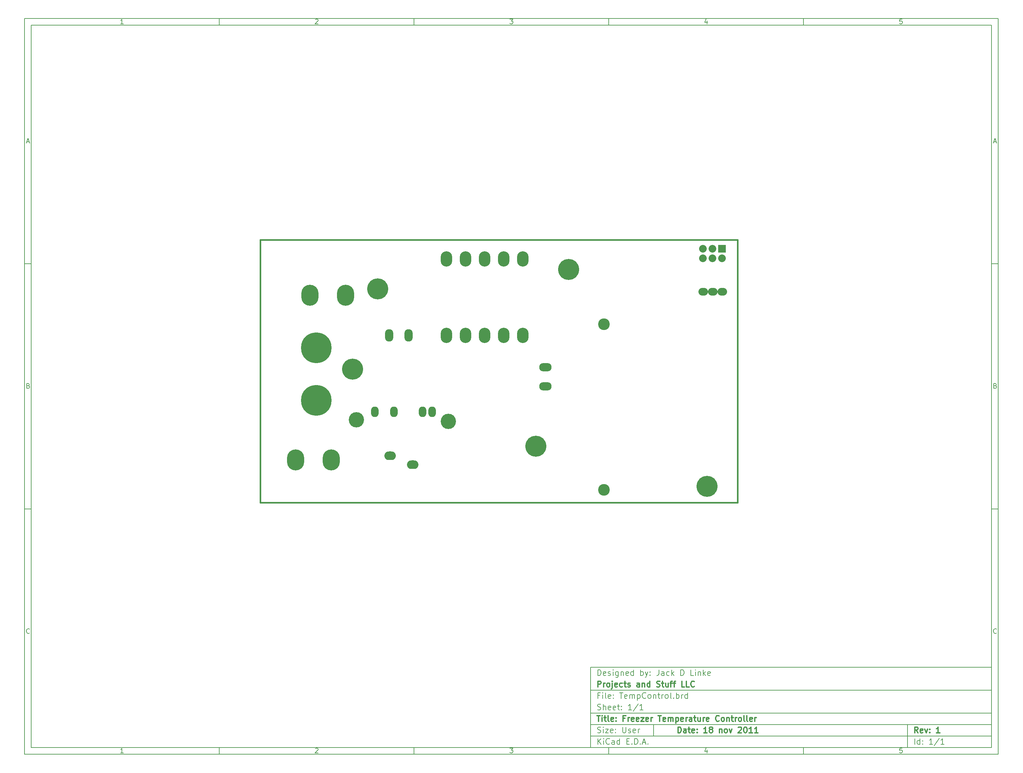
<source format=gbs>
G04 (created by PCBNEW-RS274X (2011-07-08 BZR 3044)-stable) date 11/18/2011 4:50:18 PM*
G01*
G70*
G90*
%MOIN*%
G04 Gerber Fmt 3.4, Leading zero omitted, Abs format*
%FSLAX34Y34*%
G04 APERTURE LIST*
%ADD10C,0.006000*%
%ADD11C,0.012000*%
%ADD12C,0.015000*%
%ADD13C,0.220000*%
%ADD14R,0.080000X0.080000*%
%ADD15C,0.080000*%
%ADD16C,0.122400*%
%ADD17O,0.120000X0.090000*%
%ADD18O,0.120000X0.160000*%
%ADD19O,0.180000X0.220000*%
%ADD20O,0.086900X0.130200*%
%ADD21O,0.130200X0.086900*%
%ADD22C,0.160000*%
%ADD23O,0.080000X0.110000*%
%ADD24C,0.320000*%
%ADD25O,0.100000X0.080000*%
G04 APERTURE END LIST*
G54D10*
X04000Y-04000D02*
X106000Y-04000D01*
X106000Y-81000D01*
X04000Y-81000D01*
X04000Y-04000D01*
X04700Y-04700D02*
X105300Y-04700D01*
X105300Y-80300D01*
X04700Y-80300D01*
X04700Y-04700D01*
X24400Y-04000D02*
X24400Y-04700D01*
X14343Y-04552D02*
X14057Y-04552D01*
X14200Y-04552D02*
X14200Y-04052D01*
X14152Y-04124D01*
X14105Y-04171D01*
X14057Y-04195D01*
X24400Y-81000D02*
X24400Y-80300D01*
X14343Y-80852D02*
X14057Y-80852D01*
X14200Y-80852D02*
X14200Y-80352D01*
X14152Y-80424D01*
X14105Y-80471D01*
X14057Y-80495D01*
X44800Y-04000D02*
X44800Y-04700D01*
X34457Y-04100D02*
X34481Y-04076D01*
X34529Y-04052D01*
X34648Y-04052D01*
X34695Y-04076D01*
X34719Y-04100D01*
X34743Y-04148D01*
X34743Y-04195D01*
X34719Y-04267D01*
X34433Y-04552D01*
X34743Y-04552D01*
X44800Y-81000D02*
X44800Y-80300D01*
X34457Y-80400D02*
X34481Y-80376D01*
X34529Y-80352D01*
X34648Y-80352D01*
X34695Y-80376D01*
X34719Y-80400D01*
X34743Y-80448D01*
X34743Y-80495D01*
X34719Y-80567D01*
X34433Y-80852D01*
X34743Y-80852D01*
X65200Y-04000D02*
X65200Y-04700D01*
X54833Y-04052D02*
X55143Y-04052D01*
X54976Y-04243D01*
X55048Y-04243D01*
X55095Y-04267D01*
X55119Y-04290D01*
X55143Y-04338D01*
X55143Y-04457D01*
X55119Y-04505D01*
X55095Y-04529D01*
X55048Y-04552D01*
X54905Y-04552D01*
X54857Y-04529D01*
X54833Y-04505D01*
X65200Y-81000D02*
X65200Y-80300D01*
X54833Y-80352D02*
X55143Y-80352D01*
X54976Y-80543D01*
X55048Y-80543D01*
X55095Y-80567D01*
X55119Y-80590D01*
X55143Y-80638D01*
X55143Y-80757D01*
X55119Y-80805D01*
X55095Y-80829D01*
X55048Y-80852D01*
X54905Y-80852D01*
X54857Y-80829D01*
X54833Y-80805D01*
X85600Y-04000D02*
X85600Y-04700D01*
X75495Y-04219D02*
X75495Y-04552D01*
X75376Y-04029D02*
X75257Y-04386D01*
X75567Y-04386D01*
X85600Y-81000D02*
X85600Y-80300D01*
X75495Y-80519D02*
X75495Y-80852D01*
X75376Y-80329D02*
X75257Y-80686D01*
X75567Y-80686D01*
X95919Y-04052D02*
X95681Y-04052D01*
X95657Y-04290D01*
X95681Y-04267D01*
X95729Y-04243D01*
X95848Y-04243D01*
X95895Y-04267D01*
X95919Y-04290D01*
X95943Y-04338D01*
X95943Y-04457D01*
X95919Y-04505D01*
X95895Y-04529D01*
X95848Y-04552D01*
X95729Y-04552D01*
X95681Y-04529D01*
X95657Y-04505D01*
X95919Y-80352D02*
X95681Y-80352D01*
X95657Y-80590D01*
X95681Y-80567D01*
X95729Y-80543D01*
X95848Y-80543D01*
X95895Y-80567D01*
X95919Y-80590D01*
X95943Y-80638D01*
X95943Y-80757D01*
X95919Y-80805D01*
X95895Y-80829D01*
X95848Y-80852D01*
X95729Y-80852D01*
X95681Y-80829D01*
X95657Y-80805D01*
X04000Y-29660D02*
X04700Y-29660D01*
X04231Y-16890D02*
X04469Y-16890D01*
X04184Y-17032D02*
X04350Y-16532D01*
X04517Y-17032D01*
X106000Y-29660D02*
X105300Y-29660D01*
X105531Y-16890D02*
X105769Y-16890D01*
X105484Y-17032D02*
X105650Y-16532D01*
X105817Y-17032D01*
X04000Y-55320D02*
X04700Y-55320D01*
X04386Y-42430D02*
X04457Y-42454D01*
X04481Y-42478D01*
X04505Y-42526D01*
X04505Y-42597D01*
X04481Y-42645D01*
X04457Y-42669D01*
X04410Y-42692D01*
X04219Y-42692D01*
X04219Y-42192D01*
X04386Y-42192D01*
X04433Y-42216D01*
X04457Y-42240D01*
X04481Y-42288D01*
X04481Y-42335D01*
X04457Y-42383D01*
X04433Y-42407D01*
X04386Y-42430D01*
X04219Y-42430D01*
X106000Y-55320D02*
X105300Y-55320D01*
X105686Y-42430D02*
X105757Y-42454D01*
X105781Y-42478D01*
X105805Y-42526D01*
X105805Y-42597D01*
X105781Y-42645D01*
X105757Y-42669D01*
X105710Y-42692D01*
X105519Y-42692D01*
X105519Y-42192D01*
X105686Y-42192D01*
X105733Y-42216D01*
X105757Y-42240D01*
X105781Y-42288D01*
X105781Y-42335D01*
X105757Y-42383D01*
X105733Y-42407D01*
X105686Y-42430D01*
X105519Y-42430D01*
X04505Y-68305D02*
X04481Y-68329D01*
X04410Y-68352D01*
X04362Y-68352D01*
X04290Y-68329D01*
X04243Y-68281D01*
X04219Y-68233D01*
X04195Y-68138D01*
X04195Y-68067D01*
X04219Y-67971D01*
X04243Y-67924D01*
X04290Y-67876D01*
X04362Y-67852D01*
X04410Y-67852D01*
X04481Y-67876D01*
X04505Y-67900D01*
X105805Y-68305D02*
X105781Y-68329D01*
X105710Y-68352D01*
X105662Y-68352D01*
X105590Y-68329D01*
X105543Y-68281D01*
X105519Y-68233D01*
X105495Y-68138D01*
X105495Y-68067D01*
X105519Y-67971D01*
X105543Y-67924D01*
X105590Y-67876D01*
X105662Y-67852D01*
X105710Y-67852D01*
X105781Y-67876D01*
X105805Y-67900D01*
G54D11*
X72443Y-78743D02*
X72443Y-78143D01*
X72586Y-78143D01*
X72671Y-78171D01*
X72729Y-78229D01*
X72757Y-78286D01*
X72786Y-78400D01*
X72786Y-78486D01*
X72757Y-78600D01*
X72729Y-78657D01*
X72671Y-78714D01*
X72586Y-78743D01*
X72443Y-78743D01*
X73300Y-78743D02*
X73300Y-78429D01*
X73271Y-78371D01*
X73214Y-78343D01*
X73100Y-78343D01*
X73043Y-78371D01*
X73300Y-78714D02*
X73243Y-78743D01*
X73100Y-78743D01*
X73043Y-78714D01*
X73014Y-78657D01*
X73014Y-78600D01*
X73043Y-78543D01*
X73100Y-78514D01*
X73243Y-78514D01*
X73300Y-78486D01*
X73500Y-78343D02*
X73729Y-78343D01*
X73586Y-78143D02*
X73586Y-78657D01*
X73614Y-78714D01*
X73672Y-78743D01*
X73729Y-78743D01*
X74157Y-78714D02*
X74100Y-78743D01*
X73986Y-78743D01*
X73929Y-78714D01*
X73900Y-78657D01*
X73900Y-78429D01*
X73929Y-78371D01*
X73986Y-78343D01*
X74100Y-78343D01*
X74157Y-78371D01*
X74186Y-78429D01*
X74186Y-78486D01*
X73900Y-78543D01*
X74443Y-78686D02*
X74471Y-78714D01*
X74443Y-78743D01*
X74414Y-78714D01*
X74443Y-78686D01*
X74443Y-78743D01*
X74443Y-78371D02*
X74471Y-78400D01*
X74443Y-78429D01*
X74414Y-78400D01*
X74443Y-78371D01*
X74443Y-78429D01*
X75500Y-78743D02*
X75157Y-78743D01*
X75329Y-78743D02*
X75329Y-78143D01*
X75272Y-78229D01*
X75214Y-78286D01*
X75157Y-78314D01*
X75843Y-78400D02*
X75785Y-78371D01*
X75757Y-78343D01*
X75728Y-78286D01*
X75728Y-78257D01*
X75757Y-78200D01*
X75785Y-78171D01*
X75843Y-78143D01*
X75957Y-78143D01*
X76014Y-78171D01*
X76043Y-78200D01*
X76071Y-78257D01*
X76071Y-78286D01*
X76043Y-78343D01*
X76014Y-78371D01*
X75957Y-78400D01*
X75843Y-78400D01*
X75785Y-78429D01*
X75757Y-78457D01*
X75728Y-78514D01*
X75728Y-78629D01*
X75757Y-78686D01*
X75785Y-78714D01*
X75843Y-78743D01*
X75957Y-78743D01*
X76014Y-78714D01*
X76043Y-78686D01*
X76071Y-78629D01*
X76071Y-78514D01*
X76043Y-78457D01*
X76014Y-78429D01*
X75957Y-78400D01*
X76785Y-78343D02*
X76785Y-78743D01*
X76785Y-78400D02*
X76813Y-78371D01*
X76871Y-78343D01*
X76956Y-78343D01*
X77013Y-78371D01*
X77042Y-78429D01*
X77042Y-78743D01*
X77414Y-78743D02*
X77356Y-78714D01*
X77328Y-78686D01*
X77299Y-78629D01*
X77299Y-78457D01*
X77328Y-78400D01*
X77356Y-78371D01*
X77414Y-78343D01*
X77499Y-78343D01*
X77556Y-78371D01*
X77585Y-78400D01*
X77614Y-78457D01*
X77614Y-78629D01*
X77585Y-78686D01*
X77556Y-78714D01*
X77499Y-78743D01*
X77414Y-78743D01*
X77814Y-78343D02*
X77957Y-78743D01*
X78099Y-78343D01*
X78756Y-78200D02*
X78785Y-78171D01*
X78842Y-78143D01*
X78985Y-78143D01*
X79042Y-78171D01*
X79071Y-78200D01*
X79099Y-78257D01*
X79099Y-78314D01*
X79071Y-78400D01*
X78728Y-78743D01*
X79099Y-78743D01*
X79470Y-78143D02*
X79527Y-78143D01*
X79584Y-78171D01*
X79613Y-78200D01*
X79642Y-78257D01*
X79670Y-78371D01*
X79670Y-78514D01*
X79642Y-78629D01*
X79613Y-78686D01*
X79584Y-78714D01*
X79527Y-78743D01*
X79470Y-78743D01*
X79413Y-78714D01*
X79384Y-78686D01*
X79356Y-78629D01*
X79327Y-78514D01*
X79327Y-78371D01*
X79356Y-78257D01*
X79384Y-78200D01*
X79413Y-78171D01*
X79470Y-78143D01*
X80241Y-78743D02*
X79898Y-78743D01*
X80070Y-78743D02*
X80070Y-78143D01*
X80013Y-78229D01*
X79955Y-78286D01*
X79898Y-78314D01*
X80812Y-78743D02*
X80469Y-78743D01*
X80641Y-78743D02*
X80641Y-78143D01*
X80584Y-78229D01*
X80526Y-78286D01*
X80469Y-78314D01*
G54D10*
X64043Y-79943D02*
X64043Y-79343D01*
X64386Y-79943D02*
X64129Y-79600D01*
X64386Y-79343D02*
X64043Y-79686D01*
X64643Y-79943D02*
X64643Y-79543D01*
X64643Y-79343D02*
X64614Y-79371D01*
X64643Y-79400D01*
X64671Y-79371D01*
X64643Y-79343D01*
X64643Y-79400D01*
X65272Y-79886D02*
X65243Y-79914D01*
X65157Y-79943D01*
X65100Y-79943D01*
X65015Y-79914D01*
X64957Y-79857D01*
X64929Y-79800D01*
X64900Y-79686D01*
X64900Y-79600D01*
X64929Y-79486D01*
X64957Y-79429D01*
X65015Y-79371D01*
X65100Y-79343D01*
X65157Y-79343D01*
X65243Y-79371D01*
X65272Y-79400D01*
X65786Y-79943D02*
X65786Y-79629D01*
X65757Y-79571D01*
X65700Y-79543D01*
X65586Y-79543D01*
X65529Y-79571D01*
X65786Y-79914D02*
X65729Y-79943D01*
X65586Y-79943D01*
X65529Y-79914D01*
X65500Y-79857D01*
X65500Y-79800D01*
X65529Y-79743D01*
X65586Y-79714D01*
X65729Y-79714D01*
X65786Y-79686D01*
X66329Y-79943D02*
X66329Y-79343D01*
X66329Y-79914D02*
X66272Y-79943D01*
X66158Y-79943D01*
X66100Y-79914D01*
X66072Y-79886D01*
X66043Y-79829D01*
X66043Y-79657D01*
X66072Y-79600D01*
X66100Y-79571D01*
X66158Y-79543D01*
X66272Y-79543D01*
X66329Y-79571D01*
X67072Y-79629D02*
X67272Y-79629D01*
X67358Y-79943D02*
X67072Y-79943D01*
X67072Y-79343D01*
X67358Y-79343D01*
X67615Y-79886D02*
X67643Y-79914D01*
X67615Y-79943D01*
X67586Y-79914D01*
X67615Y-79886D01*
X67615Y-79943D01*
X67901Y-79943D02*
X67901Y-79343D01*
X68044Y-79343D01*
X68129Y-79371D01*
X68187Y-79429D01*
X68215Y-79486D01*
X68244Y-79600D01*
X68244Y-79686D01*
X68215Y-79800D01*
X68187Y-79857D01*
X68129Y-79914D01*
X68044Y-79943D01*
X67901Y-79943D01*
X68501Y-79886D02*
X68529Y-79914D01*
X68501Y-79943D01*
X68472Y-79914D01*
X68501Y-79886D01*
X68501Y-79943D01*
X68758Y-79771D02*
X69044Y-79771D01*
X68701Y-79943D02*
X68901Y-79343D01*
X69101Y-79943D01*
X69301Y-79886D02*
X69329Y-79914D01*
X69301Y-79943D01*
X69272Y-79914D01*
X69301Y-79886D01*
X69301Y-79943D01*
G54D11*
X97586Y-78743D02*
X97386Y-78457D01*
X97243Y-78743D02*
X97243Y-78143D01*
X97471Y-78143D01*
X97529Y-78171D01*
X97557Y-78200D01*
X97586Y-78257D01*
X97586Y-78343D01*
X97557Y-78400D01*
X97529Y-78429D01*
X97471Y-78457D01*
X97243Y-78457D01*
X98071Y-78714D02*
X98014Y-78743D01*
X97900Y-78743D01*
X97843Y-78714D01*
X97814Y-78657D01*
X97814Y-78429D01*
X97843Y-78371D01*
X97900Y-78343D01*
X98014Y-78343D01*
X98071Y-78371D01*
X98100Y-78429D01*
X98100Y-78486D01*
X97814Y-78543D01*
X98300Y-78343D02*
X98443Y-78743D01*
X98585Y-78343D01*
X98814Y-78686D02*
X98842Y-78714D01*
X98814Y-78743D01*
X98785Y-78714D01*
X98814Y-78686D01*
X98814Y-78743D01*
X98814Y-78371D02*
X98842Y-78400D01*
X98814Y-78429D01*
X98785Y-78400D01*
X98814Y-78371D01*
X98814Y-78429D01*
X99871Y-78743D02*
X99528Y-78743D01*
X99700Y-78743D02*
X99700Y-78143D01*
X99643Y-78229D01*
X99585Y-78286D01*
X99528Y-78314D01*
G54D10*
X64014Y-78714D02*
X64100Y-78743D01*
X64243Y-78743D01*
X64300Y-78714D01*
X64329Y-78686D01*
X64357Y-78629D01*
X64357Y-78571D01*
X64329Y-78514D01*
X64300Y-78486D01*
X64243Y-78457D01*
X64129Y-78429D01*
X64071Y-78400D01*
X64043Y-78371D01*
X64014Y-78314D01*
X64014Y-78257D01*
X64043Y-78200D01*
X64071Y-78171D01*
X64129Y-78143D01*
X64271Y-78143D01*
X64357Y-78171D01*
X64614Y-78743D02*
X64614Y-78343D01*
X64614Y-78143D02*
X64585Y-78171D01*
X64614Y-78200D01*
X64642Y-78171D01*
X64614Y-78143D01*
X64614Y-78200D01*
X64843Y-78343D02*
X65157Y-78343D01*
X64843Y-78743D01*
X65157Y-78743D01*
X65614Y-78714D02*
X65557Y-78743D01*
X65443Y-78743D01*
X65386Y-78714D01*
X65357Y-78657D01*
X65357Y-78429D01*
X65386Y-78371D01*
X65443Y-78343D01*
X65557Y-78343D01*
X65614Y-78371D01*
X65643Y-78429D01*
X65643Y-78486D01*
X65357Y-78543D01*
X65900Y-78686D02*
X65928Y-78714D01*
X65900Y-78743D01*
X65871Y-78714D01*
X65900Y-78686D01*
X65900Y-78743D01*
X65900Y-78371D02*
X65928Y-78400D01*
X65900Y-78429D01*
X65871Y-78400D01*
X65900Y-78371D01*
X65900Y-78429D01*
X66643Y-78143D02*
X66643Y-78629D01*
X66671Y-78686D01*
X66700Y-78714D01*
X66757Y-78743D01*
X66871Y-78743D01*
X66929Y-78714D01*
X66957Y-78686D01*
X66986Y-78629D01*
X66986Y-78143D01*
X67243Y-78714D02*
X67300Y-78743D01*
X67415Y-78743D01*
X67472Y-78714D01*
X67500Y-78657D01*
X67500Y-78629D01*
X67472Y-78571D01*
X67415Y-78543D01*
X67329Y-78543D01*
X67272Y-78514D01*
X67243Y-78457D01*
X67243Y-78429D01*
X67272Y-78371D01*
X67329Y-78343D01*
X67415Y-78343D01*
X67472Y-78371D01*
X67986Y-78714D02*
X67929Y-78743D01*
X67815Y-78743D01*
X67758Y-78714D01*
X67729Y-78657D01*
X67729Y-78429D01*
X67758Y-78371D01*
X67815Y-78343D01*
X67929Y-78343D01*
X67986Y-78371D01*
X68015Y-78429D01*
X68015Y-78486D01*
X67729Y-78543D01*
X68272Y-78743D02*
X68272Y-78343D01*
X68272Y-78457D02*
X68300Y-78400D01*
X68329Y-78371D01*
X68386Y-78343D01*
X68443Y-78343D01*
X97243Y-79943D02*
X97243Y-79343D01*
X97786Y-79943D02*
X97786Y-79343D01*
X97786Y-79914D02*
X97729Y-79943D01*
X97615Y-79943D01*
X97557Y-79914D01*
X97529Y-79886D01*
X97500Y-79829D01*
X97500Y-79657D01*
X97529Y-79600D01*
X97557Y-79571D01*
X97615Y-79543D01*
X97729Y-79543D01*
X97786Y-79571D01*
X98072Y-79886D02*
X98100Y-79914D01*
X98072Y-79943D01*
X98043Y-79914D01*
X98072Y-79886D01*
X98072Y-79943D01*
X98072Y-79571D02*
X98100Y-79600D01*
X98072Y-79629D01*
X98043Y-79600D01*
X98072Y-79571D01*
X98072Y-79629D01*
X99129Y-79943D02*
X98786Y-79943D01*
X98958Y-79943D02*
X98958Y-79343D01*
X98901Y-79429D01*
X98843Y-79486D01*
X98786Y-79514D01*
X99814Y-79314D02*
X99300Y-80086D01*
X100329Y-79943D02*
X99986Y-79943D01*
X100158Y-79943D02*
X100158Y-79343D01*
X100101Y-79429D01*
X100043Y-79486D01*
X99986Y-79514D01*
G54D11*
X63957Y-76943D02*
X64300Y-76943D01*
X64129Y-77543D02*
X64129Y-76943D01*
X64500Y-77543D02*
X64500Y-77143D01*
X64500Y-76943D02*
X64471Y-76971D01*
X64500Y-77000D01*
X64528Y-76971D01*
X64500Y-76943D01*
X64500Y-77000D01*
X64700Y-77143D02*
X64929Y-77143D01*
X64786Y-76943D02*
X64786Y-77457D01*
X64814Y-77514D01*
X64872Y-77543D01*
X64929Y-77543D01*
X65215Y-77543D02*
X65157Y-77514D01*
X65129Y-77457D01*
X65129Y-76943D01*
X65671Y-77514D02*
X65614Y-77543D01*
X65500Y-77543D01*
X65443Y-77514D01*
X65414Y-77457D01*
X65414Y-77229D01*
X65443Y-77171D01*
X65500Y-77143D01*
X65614Y-77143D01*
X65671Y-77171D01*
X65700Y-77229D01*
X65700Y-77286D01*
X65414Y-77343D01*
X65957Y-77486D02*
X65985Y-77514D01*
X65957Y-77543D01*
X65928Y-77514D01*
X65957Y-77486D01*
X65957Y-77543D01*
X65957Y-77171D02*
X65985Y-77200D01*
X65957Y-77229D01*
X65928Y-77200D01*
X65957Y-77171D01*
X65957Y-77229D01*
X66900Y-77229D02*
X66700Y-77229D01*
X66700Y-77543D02*
X66700Y-76943D01*
X66986Y-76943D01*
X67214Y-77543D02*
X67214Y-77143D01*
X67214Y-77257D02*
X67242Y-77200D01*
X67271Y-77171D01*
X67328Y-77143D01*
X67385Y-77143D01*
X67813Y-77514D02*
X67756Y-77543D01*
X67642Y-77543D01*
X67585Y-77514D01*
X67556Y-77457D01*
X67556Y-77229D01*
X67585Y-77171D01*
X67642Y-77143D01*
X67756Y-77143D01*
X67813Y-77171D01*
X67842Y-77229D01*
X67842Y-77286D01*
X67556Y-77343D01*
X68327Y-77514D02*
X68270Y-77543D01*
X68156Y-77543D01*
X68099Y-77514D01*
X68070Y-77457D01*
X68070Y-77229D01*
X68099Y-77171D01*
X68156Y-77143D01*
X68270Y-77143D01*
X68327Y-77171D01*
X68356Y-77229D01*
X68356Y-77286D01*
X68070Y-77343D01*
X68556Y-77143D02*
X68870Y-77143D01*
X68556Y-77543D01*
X68870Y-77543D01*
X69327Y-77514D02*
X69270Y-77543D01*
X69156Y-77543D01*
X69099Y-77514D01*
X69070Y-77457D01*
X69070Y-77229D01*
X69099Y-77171D01*
X69156Y-77143D01*
X69270Y-77143D01*
X69327Y-77171D01*
X69356Y-77229D01*
X69356Y-77286D01*
X69070Y-77343D01*
X69613Y-77543D02*
X69613Y-77143D01*
X69613Y-77257D02*
X69641Y-77200D01*
X69670Y-77171D01*
X69727Y-77143D01*
X69784Y-77143D01*
X70355Y-76943D02*
X70698Y-76943D01*
X70527Y-77543D02*
X70527Y-76943D01*
X71126Y-77514D02*
X71069Y-77543D01*
X70955Y-77543D01*
X70898Y-77514D01*
X70869Y-77457D01*
X70869Y-77229D01*
X70898Y-77171D01*
X70955Y-77143D01*
X71069Y-77143D01*
X71126Y-77171D01*
X71155Y-77229D01*
X71155Y-77286D01*
X70869Y-77343D01*
X71412Y-77543D02*
X71412Y-77143D01*
X71412Y-77200D02*
X71440Y-77171D01*
X71498Y-77143D01*
X71583Y-77143D01*
X71640Y-77171D01*
X71669Y-77229D01*
X71669Y-77543D01*
X71669Y-77229D02*
X71698Y-77171D01*
X71755Y-77143D01*
X71840Y-77143D01*
X71898Y-77171D01*
X71926Y-77229D01*
X71926Y-77543D01*
X72212Y-77143D02*
X72212Y-77743D01*
X72212Y-77171D02*
X72269Y-77143D01*
X72383Y-77143D01*
X72440Y-77171D01*
X72469Y-77200D01*
X72498Y-77257D01*
X72498Y-77429D01*
X72469Y-77486D01*
X72440Y-77514D01*
X72383Y-77543D01*
X72269Y-77543D01*
X72212Y-77514D01*
X72983Y-77514D02*
X72926Y-77543D01*
X72812Y-77543D01*
X72755Y-77514D01*
X72726Y-77457D01*
X72726Y-77229D01*
X72755Y-77171D01*
X72812Y-77143D01*
X72926Y-77143D01*
X72983Y-77171D01*
X73012Y-77229D01*
X73012Y-77286D01*
X72726Y-77343D01*
X73269Y-77543D02*
X73269Y-77143D01*
X73269Y-77257D02*
X73297Y-77200D01*
X73326Y-77171D01*
X73383Y-77143D01*
X73440Y-77143D01*
X73897Y-77543D02*
X73897Y-77229D01*
X73868Y-77171D01*
X73811Y-77143D01*
X73697Y-77143D01*
X73640Y-77171D01*
X73897Y-77514D02*
X73840Y-77543D01*
X73697Y-77543D01*
X73640Y-77514D01*
X73611Y-77457D01*
X73611Y-77400D01*
X73640Y-77343D01*
X73697Y-77314D01*
X73840Y-77314D01*
X73897Y-77286D01*
X74097Y-77143D02*
X74326Y-77143D01*
X74183Y-76943D02*
X74183Y-77457D01*
X74211Y-77514D01*
X74269Y-77543D01*
X74326Y-77543D01*
X74783Y-77143D02*
X74783Y-77543D01*
X74526Y-77143D02*
X74526Y-77457D01*
X74554Y-77514D01*
X74612Y-77543D01*
X74697Y-77543D01*
X74754Y-77514D01*
X74783Y-77486D01*
X75069Y-77543D02*
X75069Y-77143D01*
X75069Y-77257D02*
X75097Y-77200D01*
X75126Y-77171D01*
X75183Y-77143D01*
X75240Y-77143D01*
X75668Y-77514D02*
X75611Y-77543D01*
X75497Y-77543D01*
X75440Y-77514D01*
X75411Y-77457D01*
X75411Y-77229D01*
X75440Y-77171D01*
X75497Y-77143D01*
X75611Y-77143D01*
X75668Y-77171D01*
X75697Y-77229D01*
X75697Y-77286D01*
X75411Y-77343D01*
X76754Y-77486D02*
X76725Y-77514D01*
X76639Y-77543D01*
X76582Y-77543D01*
X76497Y-77514D01*
X76439Y-77457D01*
X76411Y-77400D01*
X76382Y-77286D01*
X76382Y-77200D01*
X76411Y-77086D01*
X76439Y-77029D01*
X76497Y-76971D01*
X76582Y-76943D01*
X76639Y-76943D01*
X76725Y-76971D01*
X76754Y-77000D01*
X77097Y-77543D02*
X77039Y-77514D01*
X77011Y-77486D01*
X76982Y-77429D01*
X76982Y-77257D01*
X77011Y-77200D01*
X77039Y-77171D01*
X77097Y-77143D01*
X77182Y-77143D01*
X77239Y-77171D01*
X77268Y-77200D01*
X77297Y-77257D01*
X77297Y-77429D01*
X77268Y-77486D01*
X77239Y-77514D01*
X77182Y-77543D01*
X77097Y-77543D01*
X77554Y-77143D02*
X77554Y-77543D01*
X77554Y-77200D02*
X77582Y-77171D01*
X77640Y-77143D01*
X77725Y-77143D01*
X77782Y-77171D01*
X77811Y-77229D01*
X77811Y-77543D01*
X78011Y-77143D02*
X78240Y-77143D01*
X78097Y-76943D02*
X78097Y-77457D01*
X78125Y-77514D01*
X78183Y-77543D01*
X78240Y-77543D01*
X78440Y-77543D02*
X78440Y-77143D01*
X78440Y-77257D02*
X78468Y-77200D01*
X78497Y-77171D01*
X78554Y-77143D01*
X78611Y-77143D01*
X78897Y-77543D02*
X78839Y-77514D01*
X78811Y-77486D01*
X78782Y-77429D01*
X78782Y-77257D01*
X78811Y-77200D01*
X78839Y-77171D01*
X78897Y-77143D01*
X78982Y-77143D01*
X79039Y-77171D01*
X79068Y-77200D01*
X79097Y-77257D01*
X79097Y-77429D01*
X79068Y-77486D01*
X79039Y-77514D01*
X78982Y-77543D01*
X78897Y-77543D01*
X79440Y-77543D02*
X79382Y-77514D01*
X79354Y-77457D01*
X79354Y-76943D01*
X79754Y-77543D02*
X79696Y-77514D01*
X79668Y-77457D01*
X79668Y-76943D01*
X80210Y-77514D02*
X80153Y-77543D01*
X80039Y-77543D01*
X79982Y-77514D01*
X79953Y-77457D01*
X79953Y-77229D01*
X79982Y-77171D01*
X80039Y-77143D01*
X80153Y-77143D01*
X80210Y-77171D01*
X80239Y-77229D01*
X80239Y-77286D01*
X79953Y-77343D01*
X80496Y-77543D02*
X80496Y-77143D01*
X80496Y-77257D02*
X80524Y-77200D01*
X80553Y-77171D01*
X80610Y-77143D01*
X80667Y-77143D01*
G54D10*
X64243Y-74829D02*
X64043Y-74829D01*
X64043Y-75143D02*
X64043Y-74543D01*
X64329Y-74543D01*
X64557Y-75143D02*
X64557Y-74743D01*
X64557Y-74543D02*
X64528Y-74571D01*
X64557Y-74600D01*
X64585Y-74571D01*
X64557Y-74543D01*
X64557Y-74600D01*
X64929Y-75143D02*
X64871Y-75114D01*
X64843Y-75057D01*
X64843Y-74543D01*
X65385Y-75114D02*
X65328Y-75143D01*
X65214Y-75143D01*
X65157Y-75114D01*
X65128Y-75057D01*
X65128Y-74829D01*
X65157Y-74771D01*
X65214Y-74743D01*
X65328Y-74743D01*
X65385Y-74771D01*
X65414Y-74829D01*
X65414Y-74886D01*
X65128Y-74943D01*
X65671Y-75086D02*
X65699Y-75114D01*
X65671Y-75143D01*
X65642Y-75114D01*
X65671Y-75086D01*
X65671Y-75143D01*
X65671Y-74771D02*
X65699Y-74800D01*
X65671Y-74829D01*
X65642Y-74800D01*
X65671Y-74771D01*
X65671Y-74829D01*
X66328Y-74543D02*
X66671Y-74543D01*
X66500Y-75143D02*
X66500Y-74543D01*
X67099Y-75114D02*
X67042Y-75143D01*
X66928Y-75143D01*
X66871Y-75114D01*
X66842Y-75057D01*
X66842Y-74829D01*
X66871Y-74771D01*
X66928Y-74743D01*
X67042Y-74743D01*
X67099Y-74771D01*
X67128Y-74829D01*
X67128Y-74886D01*
X66842Y-74943D01*
X67385Y-75143D02*
X67385Y-74743D01*
X67385Y-74800D02*
X67413Y-74771D01*
X67471Y-74743D01*
X67556Y-74743D01*
X67613Y-74771D01*
X67642Y-74829D01*
X67642Y-75143D01*
X67642Y-74829D02*
X67671Y-74771D01*
X67728Y-74743D01*
X67813Y-74743D01*
X67871Y-74771D01*
X67899Y-74829D01*
X67899Y-75143D01*
X68185Y-74743D02*
X68185Y-75343D01*
X68185Y-74771D02*
X68242Y-74743D01*
X68356Y-74743D01*
X68413Y-74771D01*
X68442Y-74800D01*
X68471Y-74857D01*
X68471Y-75029D01*
X68442Y-75086D01*
X68413Y-75114D01*
X68356Y-75143D01*
X68242Y-75143D01*
X68185Y-75114D01*
X69071Y-75086D02*
X69042Y-75114D01*
X68956Y-75143D01*
X68899Y-75143D01*
X68814Y-75114D01*
X68756Y-75057D01*
X68728Y-75000D01*
X68699Y-74886D01*
X68699Y-74800D01*
X68728Y-74686D01*
X68756Y-74629D01*
X68814Y-74571D01*
X68899Y-74543D01*
X68956Y-74543D01*
X69042Y-74571D01*
X69071Y-74600D01*
X69414Y-75143D02*
X69356Y-75114D01*
X69328Y-75086D01*
X69299Y-75029D01*
X69299Y-74857D01*
X69328Y-74800D01*
X69356Y-74771D01*
X69414Y-74743D01*
X69499Y-74743D01*
X69556Y-74771D01*
X69585Y-74800D01*
X69614Y-74857D01*
X69614Y-75029D01*
X69585Y-75086D01*
X69556Y-75114D01*
X69499Y-75143D01*
X69414Y-75143D01*
X69871Y-74743D02*
X69871Y-75143D01*
X69871Y-74800D02*
X69899Y-74771D01*
X69957Y-74743D01*
X70042Y-74743D01*
X70099Y-74771D01*
X70128Y-74829D01*
X70128Y-75143D01*
X70328Y-74743D02*
X70557Y-74743D01*
X70414Y-74543D02*
X70414Y-75057D01*
X70442Y-75114D01*
X70500Y-75143D01*
X70557Y-75143D01*
X70757Y-75143D02*
X70757Y-74743D01*
X70757Y-74857D02*
X70785Y-74800D01*
X70814Y-74771D01*
X70871Y-74743D01*
X70928Y-74743D01*
X71214Y-75143D02*
X71156Y-75114D01*
X71128Y-75086D01*
X71099Y-75029D01*
X71099Y-74857D01*
X71128Y-74800D01*
X71156Y-74771D01*
X71214Y-74743D01*
X71299Y-74743D01*
X71356Y-74771D01*
X71385Y-74800D01*
X71414Y-74857D01*
X71414Y-75029D01*
X71385Y-75086D01*
X71356Y-75114D01*
X71299Y-75143D01*
X71214Y-75143D01*
X71757Y-75143D02*
X71699Y-75114D01*
X71671Y-75057D01*
X71671Y-74543D01*
X71985Y-75086D02*
X72013Y-75114D01*
X71985Y-75143D01*
X71956Y-75114D01*
X71985Y-75086D01*
X71985Y-75143D01*
X72271Y-75143D02*
X72271Y-74543D01*
X72271Y-74771D02*
X72328Y-74743D01*
X72442Y-74743D01*
X72499Y-74771D01*
X72528Y-74800D01*
X72557Y-74857D01*
X72557Y-75029D01*
X72528Y-75086D01*
X72499Y-75114D01*
X72442Y-75143D01*
X72328Y-75143D01*
X72271Y-75114D01*
X72814Y-75143D02*
X72814Y-74743D01*
X72814Y-74857D02*
X72842Y-74800D01*
X72871Y-74771D01*
X72928Y-74743D01*
X72985Y-74743D01*
X73442Y-75143D02*
X73442Y-74543D01*
X73442Y-75114D02*
X73385Y-75143D01*
X73271Y-75143D01*
X73213Y-75114D01*
X73185Y-75086D01*
X73156Y-75029D01*
X73156Y-74857D01*
X73185Y-74800D01*
X73213Y-74771D01*
X73271Y-74743D01*
X73385Y-74743D01*
X73442Y-74771D01*
X64014Y-76314D02*
X64100Y-76343D01*
X64243Y-76343D01*
X64300Y-76314D01*
X64329Y-76286D01*
X64357Y-76229D01*
X64357Y-76171D01*
X64329Y-76114D01*
X64300Y-76086D01*
X64243Y-76057D01*
X64129Y-76029D01*
X64071Y-76000D01*
X64043Y-75971D01*
X64014Y-75914D01*
X64014Y-75857D01*
X64043Y-75800D01*
X64071Y-75771D01*
X64129Y-75743D01*
X64271Y-75743D01*
X64357Y-75771D01*
X64614Y-76343D02*
X64614Y-75743D01*
X64871Y-76343D02*
X64871Y-76029D01*
X64842Y-75971D01*
X64785Y-75943D01*
X64700Y-75943D01*
X64642Y-75971D01*
X64614Y-76000D01*
X65385Y-76314D02*
X65328Y-76343D01*
X65214Y-76343D01*
X65157Y-76314D01*
X65128Y-76257D01*
X65128Y-76029D01*
X65157Y-75971D01*
X65214Y-75943D01*
X65328Y-75943D01*
X65385Y-75971D01*
X65414Y-76029D01*
X65414Y-76086D01*
X65128Y-76143D01*
X65899Y-76314D02*
X65842Y-76343D01*
X65728Y-76343D01*
X65671Y-76314D01*
X65642Y-76257D01*
X65642Y-76029D01*
X65671Y-75971D01*
X65728Y-75943D01*
X65842Y-75943D01*
X65899Y-75971D01*
X65928Y-76029D01*
X65928Y-76086D01*
X65642Y-76143D01*
X66099Y-75943D02*
X66328Y-75943D01*
X66185Y-75743D02*
X66185Y-76257D01*
X66213Y-76314D01*
X66271Y-76343D01*
X66328Y-76343D01*
X66528Y-76286D02*
X66556Y-76314D01*
X66528Y-76343D01*
X66499Y-76314D01*
X66528Y-76286D01*
X66528Y-76343D01*
X66528Y-75971D02*
X66556Y-76000D01*
X66528Y-76029D01*
X66499Y-76000D01*
X66528Y-75971D01*
X66528Y-76029D01*
X67585Y-76343D02*
X67242Y-76343D01*
X67414Y-76343D02*
X67414Y-75743D01*
X67357Y-75829D01*
X67299Y-75886D01*
X67242Y-75914D01*
X68270Y-75714D02*
X67756Y-76486D01*
X68785Y-76343D02*
X68442Y-76343D01*
X68614Y-76343D02*
X68614Y-75743D01*
X68557Y-75829D01*
X68499Y-75886D01*
X68442Y-75914D01*
G54D11*
X64043Y-73943D02*
X64043Y-73343D01*
X64271Y-73343D01*
X64329Y-73371D01*
X64357Y-73400D01*
X64386Y-73457D01*
X64386Y-73543D01*
X64357Y-73600D01*
X64329Y-73629D01*
X64271Y-73657D01*
X64043Y-73657D01*
X64643Y-73943D02*
X64643Y-73543D01*
X64643Y-73657D02*
X64671Y-73600D01*
X64700Y-73571D01*
X64757Y-73543D01*
X64814Y-73543D01*
X65100Y-73943D02*
X65042Y-73914D01*
X65014Y-73886D01*
X64985Y-73829D01*
X64985Y-73657D01*
X65014Y-73600D01*
X65042Y-73571D01*
X65100Y-73543D01*
X65185Y-73543D01*
X65242Y-73571D01*
X65271Y-73600D01*
X65300Y-73657D01*
X65300Y-73829D01*
X65271Y-73886D01*
X65242Y-73914D01*
X65185Y-73943D01*
X65100Y-73943D01*
X65557Y-73543D02*
X65557Y-74057D01*
X65528Y-74114D01*
X65471Y-74143D01*
X65443Y-74143D01*
X65557Y-73343D02*
X65528Y-73371D01*
X65557Y-73400D01*
X65585Y-73371D01*
X65557Y-73343D01*
X65557Y-73400D01*
X66071Y-73914D02*
X66014Y-73943D01*
X65900Y-73943D01*
X65843Y-73914D01*
X65814Y-73857D01*
X65814Y-73629D01*
X65843Y-73571D01*
X65900Y-73543D01*
X66014Y-73543D01*
X66071Y-73571D01*
X66100Y-73629D01*
X66100Y-73686D01*
X65814Y-73743D01*
X66614Y-73914D02*
X66557Y-73943D01*
X66443Y-73943D01*
X66385Y-73914D01*
X66357Y-73886D01*
X66328Y-73829D01*
X66328Y-73657D01*
X66357Y-73600D01*
X66385Y-73571D01*
X66443Y-73543D01*
X66557Y-73543D01*
X66614Y-73571D01*
X66785Y-73543D02*
X67014Y-73543D01*
X66871Y-73343D02*
X66871Y-73857D01*
X66899Y-73914D01*
X66957Y-73943D01*
X67014Y-73943D01*
X67185Y-73914D02*
X67242Y-73943D01*
X67357Y-73943D01*
X67414Y-73914D01*
X67442Y-73857D01*
X67442Y-73829D01*
X67414Y-73771D01*
X67357Y-73743D01*
X67271Y-73743D01*
X67214Y-73714D01*
X67185Y-73657D01*
X67185Y-73629D01*
X67214Y-73571D01*
X67271Y-73543D01*
X67357Y-73543D01*
X67414Y-73571D01*
X68414Y-73943D02*
X68414Y-73629D01*
X68385Y-73571D01*
X68328Y-73543D01*
X68214Y-73543D01*
X68157Y-73571D01*
X68414Y-73914D02*
X68357Y-73943D01*
X68214Y-73943D01*
X68157Y-73914D01*
X68128Y-73857D01*
X68128Y-73800D01*
X68157Y-73743D01*
X68214Y-73714D01*
X68357Y-73714D01*
X68414Y-73686D01*
X68700Y-73543D02*
X68700Y-73943D01*
X68700Y-73600D02*
X68728Y-73571D01*
X68786Y-73543D01*
X68871Y-73543D01*
X68928Y-73571D01*
X68957Y-73629D01*
X68957Y-73943D01*
X69500Y-73943D02*
X69500Y-73343D01*
X69500Y-73914D02*
X69443Y-73943D01*
X69329Y-73943D01*
X69271Y-73914D01*
X69243Y-73886D01*
X69214Y-73829D01*
X69214Y-73657D01*
X69243Y-73600D01*
X69271Y-73571D01*
X69329Y-73543D01*
X69443Y-73543D01*
X69500Y-73571D01*
X70214Y-73914D02*
X70300Y-73943D01*
X70443Y-73943D01*
X70500Y-73914D01*
X70529Y-73886D01*
X70557Y-73829D01*
X70557Y-73771D01*
X70529Y-73714D01*
X70500Y-73686D01*
X70443Y-73657D01*
X70329Y-73629D01*
X70271Y-73600D01*
X70243Y-73571D01*
X70214Y-73514D01*
X70214Y-73457D01*
X70243Y-73400D01*
X70271Y-73371D01*
X70329Y-73343D01*
X70471Y-73343D01*
X70557Y-73371D01*
X70728Y-73543D02*
X70957Y-73543D01*
X70814Y-73343D02*
X70814Y-73857D01*
X70842Y-73914D01*
X70900Y-73943D01*
X70957Y-73943D01*
X71414Y-73543D02*
X71414Y-73943D01*
X71157Y-73543D02*
X71157Y-73857D01*
X71185Y-73914D01*
X71243Y-73943D01*
X71328Y-73943D01*
X71385Y-73914D01*
X71414Y-73886D01*
X71614Y-73543D02*
X71843Y-73543D01*
X71700Y-73943D02*
X71700Y-73429D01*
X71728Y-73371D01*
X71786Y-73343D01*
X71843Y-73343D01*
X71957Y-73543D02*
X72186Y-73543D01*
X72043Y-73943D02*
X72043Y-73429D01*
X72071Y-73371D01*
X72129Y-73343D01*
X72186Y-73343D01*
X73129Y-73943D02*
X72843Y-73943D01*
X72843Y-73343D01*
X73615Y-73943D02*
X73329Y-73943D01*
X73329Y-73343D01*
X74158Y-73886D02*
X74129Y-73914D01*
X74043Y-73943D01*
X73986Y-73943D01*
X73901Y-73914D01*
X73843Y-73857D01*
X73815Y-73800D01*
X73786Y-73686D01*
X73786Y-73600D01*
X73815Y-73486D01*
X73843Y-73429D01*
X73901Y-73371D01*
X73986Y-73343D01*
X74043Y-73343D01*
X74129Y-73371D01*
X74158Y-73400D01*
G54D10*
X64043Y-72743D02*
X64043Y-72143D01*
X64186Y-72143D01*
X64271Y-72171D01*
X64329Y-72229D01*
X64357Y-72286D01*
X64386Y-72400D01*
X64386Y-72486D01*
X64357Y-72600D01*
X64329Y-72657D01*
X64271Y-72714D01*
X64186Y-72743D01*
X64043Y-72743D01*
X64871Y-72714D02*
X64814Y-72743D01*
X64700Y-72743D01*
X64643Y-72714D01*
X64614Y-72657D01*
X64614Y-72429D01*
X64643Y-72371D01*
X64700Y-72343D01*
X64814Y-72343D01*
X64871Y-72371D01*
X64900Y-72429D01*
X64900Y-72486D01*
X64614Y-72543D01*
X65128Y-72714D02*
X65185Y-72743D01*
X65300Y-72743D01*
X65357Y-72714D01*
X65385Y-72657D01*
X65385Y-72629D01*
X65357Y-72571D01*
X65300Y-72543D01*
X65214Y-72543D01*
X65157Y-72514D01*
X65128Y-72457D01*
X65128Y-72429D01*
X65157Y-72371D01*
X65214Y-72343D01*
X65300Y-72343D01*
X65357Y-72371D01*
X65643Y-72743D02*
X65643Y-72343D01*
X65643Y-72143D02*
X65614Y-72171D01*
X65643Y-72200D01*
X65671Y-72171D01*
X65643Y-72143D01*
X65643Y-72200D01*
X66186Y-72343D02*
X66186Y-72829D01*
X66157Y-72886D01*
X66129Y-72914D01*
X66072Y-72943D01*
X65986Y-72943D01*
X65929Y-72914D01*
X66186Y-72714D02*
X66129Y-72743D01*
X66015Y-72743D01*
X65957Y-72714D01*
X65929Y-72686D01*
X65900Y-72629D01*
X65900Y-72457D01*
X65929Y-72400D01*
X65957Y-72371D01*
X66015Y-72343D01*
X66129Y-72343D01*
X66186Y-72371D01*
X66472Y-72343D02*
X66472Y-72743D01*
X66472Y-72400D02*
X66500Y-72371D01*
X66558Y-72343D01*
X66643Y-72343D01*
X66700Y-72371D01*
X66729Y-72429D01*
X66729Y-72743D01*
X67243Y-72714D02*
X67186Y-72743D01*
X67072Y-72743D01*
X67015Y-72714D01*
X66986Y-72657D01*
X66986Y-72429D01*
X67015Y-72371D01*
X67072Y-72343D01*
X67186Y-72343D01*
X67243Y-72371D01*
X67272Y-72429D01*
X67272Y-72486D01*
X66986Y-72543D01*
X67786Y-72743D02*
X67786Y-72143D01*
X67786Y-72714D02*
X67729Y-72743D01*
X67615Y-72743D01*
X67557Y-72714D01*
X67529Y-72686D01*
X67500Y-72629D01*
X67500Y-72457D01*
X67529Y-72400D01*
X67557Y-72371D01*
X67615Y-72343D01*
X67729Y-72343D01*
X67786Y-72371D01*
X68529Y-72743D02*
X68529Y-72143D01*
X68529Y-72371D02*
X68586Y-72343D01*
X68700Y-72343D01*
X68757Y-72371D01*
X68786Y-72400D01*
X68815Y-72457D01*
X68815Y-72629D01*
X68786Y-72686D01*
X68757Y-72714D01*
X68700Y-72743D01*
X68586Y-72743D01*
X68529Y-72714D01*
X69015Y-72343D02*
X69158Y-72743D01*
X69300Y-72343D02*
X69158Y-72743D01*
X69100Y-72886D01*
X69072Y-72914D01*
X69015Y-72943D01*
X69529Y-72686D02*
X69557Y-72714D01*
X69529Y-72743D01*
X69500Y-72714D01*
X69529Y-72686D01*
X69529Y-72743D01*
X69529Y-72371D02*
X69557Y-72400D01*
X69529Y-72429D01*
X69500Y-72400D01*
X69529Y-72371D01*
X69529Y-72429D01*
X70443Y-72143D02*
X70443Y-72571D01*
X70415Y-72657D01*
X70358Y-72714D01*
X70272Y-72743D01*
X70215Y-72743D01*
X70986Y-72743D02*
X70986Y-72429D01*
X70957Y-72371D01*
X70900Y-72343D01*
X70786Y-72343D01*
X70729Y-72371D01*
X70986Y-72714D02*
X70929Y-72743D01*
X70786Y-72743D01*
X70729Y-72714D01*
X70700Y-72657D01*
X70700Y-72600D01*
X70729Y-72543D01*
X70786Y-72514D01*
X70929Y-72514D01*
X70986Y-72486D01*
X71529Y-72714D02*
X71472Y-72743D01*
X71358Y-72743D01*
X71300Y-72714D01*
X71272Y-72686D01*
X71243Y-72629D01*
X71243Y-72457D01*
X71272Y-72400D01*
X71300Y-72371D01*
X71358Y-72343D01*
X71472Y-72343D01*
X71529Y-72371D01*
X71786Y-72743D02*
X71786Y-72143D01*
X71843Y-72514D02*
X72014Y-72743D01*
X72014Y-72343D02*
X71786Y-72571D01*
X72729Y-72743D02*
X72729Y-72143D01*
X72872Y-72143D01*
X72957Y-72171D01*
X73015Y-72229D01*
X73043Y-72286D01*
X73072Y-72400D01*
X73072Y-72486D01*
X73043Y-72600D01*
X73015Y-72657D01*
X72957Y-72714D01*
X72872Y-72743D01*
X72729Y-72743D01*
X74072Y-72743D02*
X73786Y-72743D01*
X73786Y-72143D01*
X74272Y-72743D02*
X74272Y-72343D01*
X74272Y-72143D02*
X74243Y-72171D01*
X74272Y-72200D01*
X74300Y-72171D01*
X74272Y-72143D01*
X74272Y-72200D01*
X74558Y-72343D02*
X74558Y-72743D01*
X74558Y-72400D02*
X74586Y-72371D01*
X74644Y-72343D01*
X74729Y-72343D01*
X74786Y-72371D01*
X74815Y-72429D01*
X74815Y-72743D01*
X75101Y-72743D02*
X75101Y-72143D01*
X75158Y-72514D02*
X75329Y-72743D01*
X75329Y-72343D02*
X75101Y-72571D01*
X75815Y-72714D02*
X75758Y-72743D01*
X75644Y-72743D01*
X75587Y-72714D01*
X75558Y-72657D01*
X75558Y-72429D01*
X75587Y-72371D01*
X75644Y-72343D01*
X75758Y-72343D01*
X75815Y-72371D01*
X75844Y-72429D01*
X75844Y-72486D01*
X75558Y-72543D01*
X63300Y-71900D02*
X63300Y-80300D01*
X63300Y-74300D02*
X105300Y-74300D01*
X63300Y-71900D02*
X105300Y-71900D01*
X63300Y-76700D02*
X105300Y-76700D01*
X96500Y-77900D02*
X96500Y-80300D01*
X63300Y-79100D02*
X105300Y-79100D01*
X63300Y-77900D02*
X105300Y-77900D01*
X69900Y-77900D02*
X69900Y-79100D01*
G54D12*
X28700Y-54650D02*
X28700Y-27150D01*
X78700Y-54650D02*
X28700Y-54650D01*
X78700Y-27150D02*
X78700Y-54650D01*
X28700Y-27150D02*
X78700Y-27150D01*
G54D13*
X41000Y-32300D03*
X38350Y-40700D03*
X57550Y-48750D03*
X61000Y-30250D03*
X75500Y-52950D03*
G54D14*
X77052Y-28091D03*
G54D15*
X77052Y-29091D03*
X76052Y-28091D03*
X76052Y-29091D03*
X75052Y-28091D03*
X75052Y-29091D03*
G54D16*
X64700Y-35989D03*
X64700Y-53311D03*
G54D17*
X42294Y-49752D03*
X44662Y-50696D03*
G54D18*
X48200Y-29150D03*
X50200Y-29150D03*
X52200Y-29150D03*
X54200Y-29150D03*
X56200Y-29150D03*
X56200Y-37150D03*
X54200Y-37150D03*
X52200Y-37150D03*
X50200Y-37150D03*
X48200Y-37150D03*
G54D19*
X33875Y-32950D03*
X37625Y-32950D03*
G54D20*
X42196Y-37150D03*
X44204Y-37150D03*
G54D21*
X58550Y-40496D03*
X58550Y-42504D03*
G54D22*
X48400Y-46150D03*
X38750Y-46000D03*
G54D23*
X45700Y-45150D03*
X42700Y-45150D03*
X40700Y-45150D03*
X46700Y-45150D03*
G54D24*
X34550Y-38450D03*
X34550Y-43950D03*
G54D25*
X76070Y-32600D03*
X75070Y-32600D03*
X77070Y-32600D03*
G54D19*
X32375Y-50200D03*
X36125Y-50200D03*
M02*

</source>
